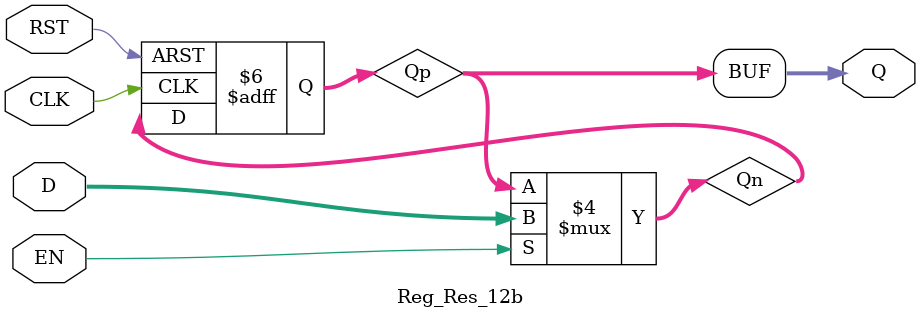
<source format=v>
module Reg_Res_12b (
	input			RST,	//	Reset maestro
	input			CLK,	//	Reloj maestro
	input			EN,		//	Habilitacion
	input[11:0]		D,		//	Entrada
	output reg[11:0]	Q		//	Salida
	);
	
	reg[11:0] Qp, Qn; 
	
	always @ (Qp,EN,D)
	begin : Combinacional 
		if (EN)
			Qn = D;		//	Cargar
		else
			Qn = Qp;	//	Sostener
		Q = Qp;
	end
	
	always @ (posedge RST or posedge CLK)
	begin : Secuencial
		if (RST)
			Qp <= 0;
		else
			Qp <= Qn;
	end
	
/*	always @ (posedge RST or posedge CLK)
	begin 
		if (RST)
			Q <= 0;
		else begin 
			if (EN)
				Q <= D;	//	Cargar
			else
				Q <= Q;	//	Sostener
		end
	end		   */
	
endmodule

</source>
